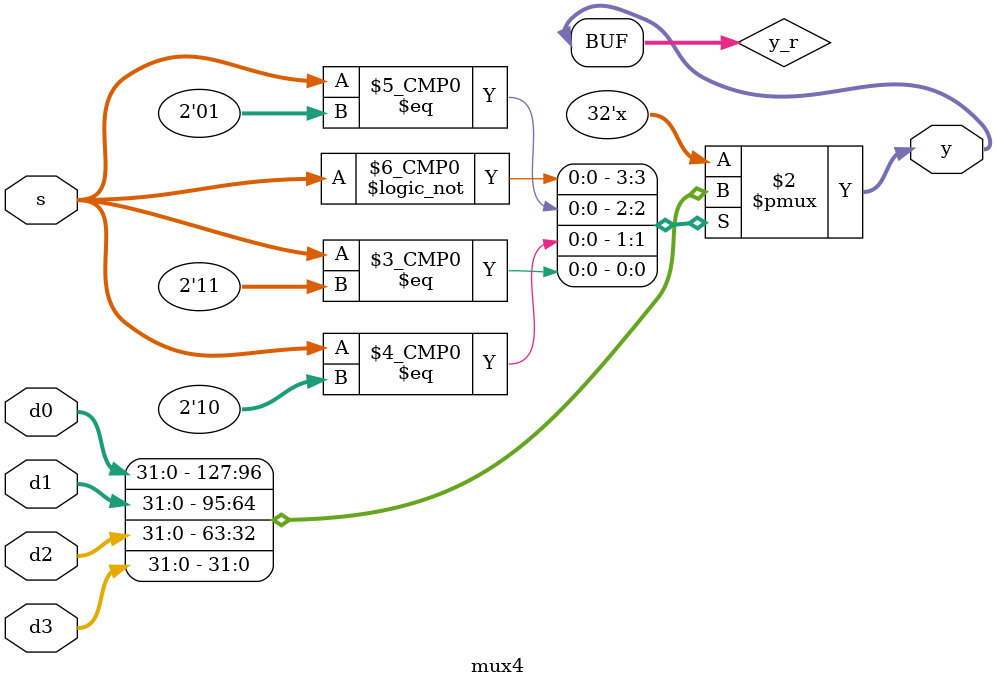
<source format=v>
module mux2 #(parameter WIDTH = 5)
             (d0, d1,
              s, y);
              
    input  [WIDTH-1:0] d0, d1;
    input              s;
    output [WIDTH-1:0] y;          
              
    assign y = ( s == 1'b1 ) ? d1:d0;
    
endmodule

// mux4
module mux4 #(parameter WIDTH = 32)
             (d0, d1, d2, d3,
              s, y);
    
    input  [WIDTH-1:0] d0, d1, d2, d3;
    input  [1:0] s;
    output [WIDTH-1:0] y;
    
    reg [WIDTH-1:0] y_r;
    
    always @( * ) begin
        case ( s )
            2'b00: y_r = d0;
            2'b01: y_r = d1;
            2'b10: y_r = d2;
            2'b11: y_r = d3;
            default: ;
        endcase             
    end // end always
    
    assign y = y_r;     //???assign把y_r的之付给y会不会比一次always完整结构语句执行完要慢，如果assign不是多次执行，那么怎么保证y=这一次的y_r而不是*变化之前上一次的y_r
        
endmodule

// mux8
/*module mux8 #(parameter WIDTH = 8)
             (d0, d1, d2, d3,
              d4, d5, d6, d7,
              s, y);
    
    input  [WIDTH-1:0] d0, d1, d2, d3;
    input  [WIDTH-1:0] d4, d5, d6, d7;
    input  [2:0]       s;
    output [WIDTH-1:0] y;
    
    reg [WIDTH-1:0] y_r;
    
    always @( * ) begin
        case ( s )
            3'd0: y_r = d0;
            3'd1: y_r = d1;
            3'd2: y_r = d2;
            3'd3: y_r = d3;
            3'd4: y_r = d4;
            3'd5: y_r = d5;
            3'd6: y_r = d6;
            3'd7: y_r = d7;
            default: ;
        endcase
    end // end always
    
    assign y = y_r;    
    
endmodule

// mux16
module mux16 #(parameter WIDTH = 8)
             (d0, d1, d2, d3,
              d4, d5, d6, d7,
              d8, d9, d10, d11,
              d12, d13, d14, d15,
              s, y);
    
    input [WIDTH-1:0] d0, d1, d2, d3;
    input [WIDTH-1:0] d4, d5, d6, d7;
    input [WIDTH-1:0] d8, d9, d10, d11;
    input [WIDTH-1:0] d12, d13, d14, d15;
    input [3:0] s;
    output [WIDTH-1:0] y;
    
    reg [WIDTH-1:0] y_r;
    
    always @( * ) begin
        case ( s )
            4'd0:  y_r = d0;
            4'd1:  y_r = d1;
            4'd2:  y_r = d2;
            4'd3:  y_r = d3;
            4'd4:  y_r = d4;
            4'd5:  y_r = d5;
            4'd6:  y_r = d6;
            4'd7:  y_r = d7;
            4'd8:  y_r = d8;
            4'd9:  y_r = d9;
            4'd10: y_r = d10;
            4'd11: y_r = d11;
            4'd12: y_r = d12;
            4'd13: y_r = d13;
            4'd14: y_r = d14;
            4'd15: y_r = d15;
            default: ;
        endcase
    end // end always
    
    assign y = y_r;    
    
endmodule   */

</source>
